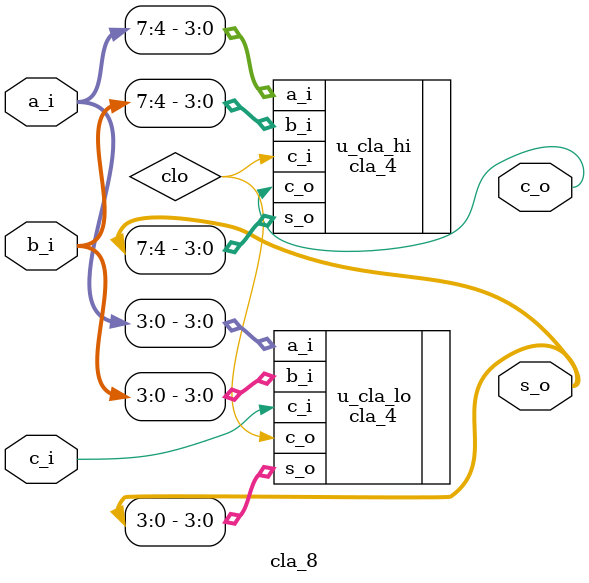
<source format=sv>

module cla_8(
    input  logic [7:0] a_i, b_i,
    input  logic       c_i,
    output logic       c_o, 
    output logic [7:0] s_o
    );
    

       cla_4 u_cla_lo (
        .a_i(a_i[3:0]),     
        .b_i(b_i[3:0]),     
        .c_i(c_i),  
        .c_o(clo), 
        .s_o(s_o[3:0])    
       );
       cla_4 u_cla_hi (
        .a_i(a_i[7:4]),     
        .b_i(b_i[7:4]),     
        .c_i(clo),  
        .c_o(c_o), 
        .s_o(s_o[7:4])    
       );
    
endmodule

</source>
